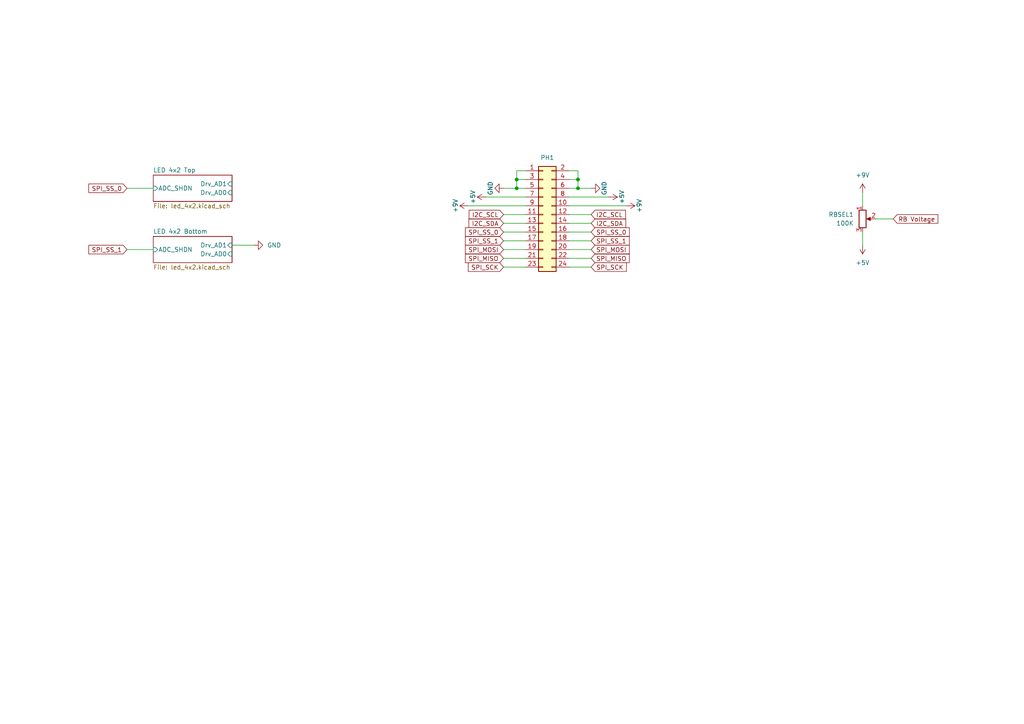
<source format=kicad_sch>
(kicad_sch (version 20211123) (generator eeschema)
  (paper "A4")
  (lib_symbols
    (symbol "Connector_Generic:Conn_02x12_Odd_Even" (pin_names (offset 1.016) hide)
      (property "Reference" "J" (at 1.27 15.24 0))
      (property "Value" "Conn_02x12_Odd_Even" (at 1.27 -17.78 0))
      (symbol "Conn_02x12_Odd_Even_1_1"
        (rectangle (start -1.27 -15.113) (end 0 -15.367) (stroke (width 0.1524)))
        (rectangle (start -1.27 -12.573) (end 0 -12.827) (stroke (width 0.1524)))
        (rectangle (start -1.27 -10.033) (end 0 -10.287) (stroke (width 0.1524)))
        (rectangle (start -1.27 -7.493) (end 0 -7.747) (stroke (width 0.1524)))
        (rectangle (start -1.27 -4.953) (end 0 -5.207) (stroke (width 0.1524)))
        (rectangle (start -1.27 -2.413) (end 0 -2.667) (stroke (width 0.1524)))
        (rectangle (start -1.27 0.127) (end 0 -0.127) (stroke (width 0.1524)))
        (rectangle (start -1.27 2.667) (end 0 2.413) (stroke (width 0.1524)))
        (rectangle (start -1.27 5.207) (end 0 4.953) (stroke (width 0.1524)))
        (rectangle (start -1.27 7.747) (end 0 7.493) (stroke (width 0.1524)))
        (rectangle (start -1.27 10.287) (end 0 10.033) (stroke (width 0.1524)))
        (rectangle (start -1.27 12.827) (end 0 12.573) (stroke (width 0.1524)))
        (rectangle (start -1.27 13.97) (end 3.81 -16.51) (stroke (width 0.254)) (fill (type background)))
        (rectangle (start 3.81 -15.113) (end 2.54 -15.367) (stroke (width 0.1524)))
        (rectangle (start 3.81 -12.573) (end 2.54 -12.827) (stroke (width 0.1524)))
        (rectangle (start 3.81 -10.033) (end 2.54 -10.287) (stroke (width 0.1524)))
        (rectangle (start 3.81 -7.493) (end 2.54 -7.747) (stroke (width 0.1524)))
        (rectangle (start 3.81 -4.953) (end 2.54 -5.207) (stroke (width 0.1524)))
        (rectangle (start 3.81 -2.413) (end 2.54 -2.667) (stroke (width 0.1524)))
        (rectangle (start 3.81 0.127) (end 2.54 -0.127) (stroke (width 0.1524)))
        (rectangle (start 3.81 2.667) (end 2.54 2.413) (stroke (width 0.1524)))
        (rectangle (start 3.81 5.207) (end 2.54 4.953) (stroke (width 0.1524)))
        (rectangle (start 3.81 7.747) (end 2.54 7.493) (stroke (width 0.1524)))
        (rectangle (start 3.81 10.287) (end 2.54 10.033) (stroke (width 0.1524)))
        (rectangle (start 3.81 12.827) (end 2.54 12.573) (stroke (width 0.1524)))
        (pin passive line (at -5.08 12.7 0) (length 3.81) (name "Pin_1") (number "1"))
        (pin passive line (at 7.62 2.54 180) (length 3.81) (name "Pin_10") (number "10"))
        (pin passive line (at -5.08 0 0) (length 3.81) (name "Pin_11") (number "11"))
        (pin passive line (at 7.62 0 180) (length 3.81) (name "Pin_12") (number "12"))
        (pin passive line (at -5.08 -2.54 0) (length 3.81) (name "Pin_13") (number "13"))
        (pin passive line (at 7.62 -2.54 180) (length 3.81) (name "Pin_14") (number "14"))
        (pin passive line (at -5.08 -5.08 0) (length 3.81) (name "Pin_15") (number "15"))
        (pin passive line (at 7.62 -5.08 180) (length 3.81) (name "Pin_16") (number "16"))
        (pin passive line (at -5.08 -7.62 0) (length 3.81) (name "Pin_17") (number "17"))
        (pin passive line (at 7.62 -7.62 180) (length 3.81) (name "Pin_18") (number "18"))
        (pin passive line (at -5.08 -10.16 0) (length 3.81) (name "Pin_19") (number "19"))
        (pin passive line (at 7.62 12.7 180) (length 3.81) (name "Pin_2") (number "2"))
        (pin passive line (at 7.62 -10.16 180) (length 3.81) (name "Pin_20") (number "20"))
        (pin passive line (at -5.08 -12.7 0) (length 3.81) (name "Pin_21") (number "21"))
        (pin passive line (at 7.62 -12.7 180) (length 3.81) (name "Pin_22") (number "22"))
        (pin passive line (at -5.08 -15.24 0) (length 3.81) (name "Pin_23") (number "23"))
        (pin passive line (at 7.62 -15.24 180) (length 3.81) (name "Pin_24") (number "24"))
        (pin passive line (at -5.08 10.16 0) (length 3.81) (name "Pin_3") (number "3"))
        (pin passive line (at 7.62 10.16 180) (length 3.81) (name "Pin_4") (number "4"))
        (pin passive line (at -5.08 7.62 0) (length 3.81) (name "Pin_5") (number "5"))
        (pin passive line (at 7.62 7.62 180) (length 3.81) (name "Pin_6") (number "6"))
        (pin passive line (at -5.08 5.08 0) (length 3.81) (name "Pin_7") (number "7"))
        (pin passive line (at 7.62 5.08 180) (length 3.81) (name "Pin_8") (number "8"))
        (pin passive line (at -5.08 2.54 0) (length 3.81) (name "Pin_9") (number "9"))
      )
    )
    (symbol "Device:R_Potentiometer" (pin_names (offset 1.016) hide)
      (property "Reference" "RV" (at -4.445 0 90))
      (property "Value" "R_Potentiometer" (at -2.54 0 90))
      (symbol "R_Potentiometer_0_1"
        (polyline (pts (xy 2.54 0) (xy 1.524 0)))
        (polyline (pts (xy 1.143 0) (xy 2.286 0.508) (xy 2.286 -0.508) (xy 1.143 0)) (fill (type outline)))
        (rectangle (start 1.016 2.54) (end -1.016 -2.54) (stroke (width 0.254)))
      )
      (symbol "R_Potentiometer_1_1"
        (pin passive line (at 0 3.81 270) (length 1.27) (name "1") (number "1"))
        (pin passive line (at 3.81 0 180) (length 1.27) (name "2") (number "2"))
        (pin passive line (at 0 -3.81 90) (length 1.27) (name "3") (number "3"))
      )
    )
    (symbol "power:+5V" (power) (pin_names (offset 0))
      (property "Value" "+5V" (at 0 3.556 0))
      (symbol "+5V_0_1"
        (polyline (pts (xy -0.762 1.27) (xy 0 2.54)))
        (polyline (pts (xy 0 0) (xy 0 2.54)))
        (polyline (pts (xy 0 2.54) (xy 0.762 1.27)))
      )
      (symbol "+5V_1_1"
        (pin power_in line (at 0 0 90) (length 0) hide (name "+5V") (number "1"))
      )
    )
    (symbol "power:+9V" (power) (pin_names (offset 0))
      (property "Value" "+9V" (at 0 3.556 0))
      (symbol "+9V_0_1"
        (polyline (pts (xy -0.762 1.27) (xy 0 2.54)))
        (polyline (pts (xy 0 0) (xy 0 2.54)))
        (polyline (pts (xy 0 2.54) (xy 0.762 1.27)))
      )
      (symbol "+9V_1_1"
        (pin power_in line (at 0 0 90) (length 0) hide (name "+9V") (number "1"))
      )
    )
    (symbol "power:GND" (power) (pin_names (offset 0))
      (property "Value" "GND" (at 0 -3.81 0))
      (symbol "GND_0_1"
        (polyline (pts (xy 0 0) (xy 0 -1.27) (xy 1.27 -1.27) (xy 0 -2.54) (xy -1.27 -1.27) (xy 0 -1.27)))
      )
      (symbol "GND_1_1"
        (pin power_in line (at 0 0 270) (length 0) hide (name "GND") (number "1"))
      )
    )
  )
  (junction (at 149.86 52.07))
  (junction (at 149.86 54.61))
  (junction (at 167.64 54.61))
  (junction (at 167.64 52.07))
  (wire (pts (xy 152.4 49.53) (xy 149.86 49.53)))
  (wire (pts (xy 250.19 55.88) (xy 250.19 59.69)))
  (wire (pts (xy 167.64 49.53) (xy 167.64 52.07)))
  (wire (pts (xy 152.4 69.85) (xy 146.05 69.85)))
  (wire (pts (xy 167.64 54.61) (xy 171.45 54.61)))
  (wire (pts (xy 165.1 49.53) (xy 167.64 49.53)))
  (wire (pts (xy 149.86 52.07) (xy 149.86 54.61)))
  (wire (pts (xy 152.4 59.69) (xy 135.89 59.69)))
  (wire (pts (xy 250.19 67.31) (xy 250.19 71.12)))
  (wire (pts (xy 149.86 54.61) (xy 146.05 54.61)))
  (wire (pts (xy 165.1 52.07) (xy 167.64 52.07)))
  (wire (pts (xy 146.05 64.77) (xy 152.4 64.77)))
  (wire (pts (xy 167.64 52.07) (xy 167.64 54.61)))
  (wire (pts (xy 152.4 77.47) (xy 146.05 77.47)))
  (wire (pts (xy 67.31 71.12) (xy 73.66 71.12)))
  (wire (pts (xy 254 63.5) (xy 259.08 63.5)))
  (wire (pts (xy 165.1 69.85) (xy 171.45 69.85)))
  (wire (pts (xy 152.4 72.39) (xy 146.05 72.39)))
  (wire (pts (xy 165.1 74.93) (xy 171.45 74.93)))
  (wire (pts (xy 36.83 72.39) (xy 44.45 72.39)))
  (wire (pts (xy 165.1 77.47) (xy 171.45 77.47)))
  (wire (pts (xy 152.4 62.23) (xy 146.05 62.23)))
  (wire (pts (xy 152.4 57.15) (xy 140.97 57.15)))
  (wire (pts (xy 165.1 62.23) (xy 171.45 62.23)))
  (wire (pts (xy 152.4 67.31) (xy 146.05 67.31)))
  (wire (pts (xy 165.1 67.31) (xy 171.45 67.31)))
  (wire (pts (xy 165.1 57.15) (xy 176.53 57.15)))
  (wire (pts (xy 36.83 54.61) (xy 44.45 54.61)))
  (wire (pts (xy 165.1 59.69) (xy 181.61 59.69)))
  (wire (pts (xy 149.86 49.53) (xy 149.86 52.07)))
  (wire (pts (xy 152.4 54.61) (xy 149.86 54.61)))
  (wire (pts (xy 171.45 64.77) (xy 165.1 64.77)))
  (wire (pts (xy 152.4 52.07) (xy 149.86 52.07)))
  (wire (pts (xy 165.1 72.39) (xy 171.45 72.39)))
  (wire (pts (xy 165.1 54.61) (xy 167.64 54.61)))
  (wire (pts (xy 152.4 74.93) (xy 146.05 74.93)))
  (global_label "SPI_MOSI" (shape input) (at 171.45 72.39 0) (property "Intersheet References" "${INTERSHEET_REFS}" (effects hide)))
  (global_label "SPI_MISO" (shape input) (at 171.45 74.93 0) (property "Intersheet References" "${INTERSHEET_REFS}" (effects hide)))
  (global_label "I2C_SDA" (shape input) (at 146.05 64.77 180) (property "Intersheet References" "${INTERSHEET_REFS}" (effects hide)))
  (global_label "SPI_MISO" (shape input) (at 146.05 74.93 180) (property "Intersheet References" "${INTERSHEET_REFS}" (effects hide)))
  (global_label "I2C_SCL" (shape input) (at 146.05 62.23 180) (property "Intersheet References" "${INTERSHEET_REFS}" (effects hide)))
  (global_label "SPI_SS_1" (shape input) (at 171.45 69.85 0) (property "Intersheet References" "${INTERSHEET_REFS}" (effects hide)))
  (global_label "SPI_MOSI" (shape input) (at 146.05 72.39 180) (property "Intersheet References" "${INTERSHEET_REFS}" (effects hide)))
  (global_label "SPI_SS_1" (shape input) (at 36.83 72.39 180) (property "Intersheet References" "${INTERSHEET_REFS}" (effects hide)))
  (global_label "SPI_SS_1" (shape input) (at 146.05 69.85 180) (property "Intersheet References" "${INTERSHEET_REFS}" (effects hide)))
  (global_label "SPI_SS_0" (shape input) (at 146.05 67.31 180) (property "Intersheet References" "${INTERSHEET_REFS}" (effects hide)))
  (global_label "SPI_SS_0" (shape input) (at 36.83 54.61 180) (property "Intersheet References" "${INTERSHEET_REFS}" (effects hide)))
  (global_label "SPI_SCK" (shape input) (at 146.05 77.47 180) (property "Intersheet References" "${INTERSHEET_REFS}" (effects hide)))
  (global_label "I2C_SCL" (shape input) (at 171.45 62.23 0) (property "Intersheet References" "${INTERSHEET_REFS}" (effects hide)))
  (global_label "RB Voltage" (shape input) (at 259.08 63.5 0) (property "Intersheet References" "${INTERSHEET_REFS}" (effects hide)))
  (global_label "I2C_SDA" (shape input) (at 171.45 64.77 0) (property "Intersheet References" "${INTERSHEET_REFS}" (effects hide)))
  (global_label "SPI_SCK" (shape input) (at 171.45 77.47 0) (property "Intersheet References" "${INTERSHEET_REFS}" (effects hide)))
  (global_label "SPI_SS_0" (shape input) (at 171.45 67.31 0) (property "Intersheet References" "${INTERSHEET_REFS}" (effects hide)))
  (symbol (lib_id "power:GND") (at 146.05 54.61 270) (mirror x) (unit 1)
    (property "Reference" "#PWR0166" (effects hide))
    (property "Value" "GND" (at 142.24 54.61 0))
  )
  (symbol (lib_id "power:+5V") (at 140.97 57.15 90) (mirror x) (unit 1)
    (property "Reference" "#PWR0111" (effects hide))
    (property "Value" "+5V" (at 137.16 57.15 0))
  )
  (symbol (lib_id "Connector_Generic:Conn_02x12_Odd_Even") (at 157.48 62.23 0) (unit 1)
    (property "Reference" "PH1" (at 158.75 45.72 0))
    (property "Value" "Conn_02x12_Odd_Even" (effects hide))
    (property "Footprint" "Connector_PinSocket_2.54mm:PinSocket_2x12_P2.54mm_Vertical" (effects hide))
  )
  (symbol (lib_id "power:+5V") (at 176.53 57.15 270) (unit 1)
    (property "Reference" "#PWR0107" (effects hide))
    (property "Value" "+5V" (at 180.34 57.15 0))
  )
  (symbol (lib_id "Device:R_Potentiometer") (at 250.19 63.5 0) (unit 1)
    (property "Reference" "RBSEL1" (at 247.65 62.2299 0) (effects (justify right)))
    (property "Value" "100K" (at 247.65 64.7699 0) (effects (justify right)))
    (property "Footprint" "Potentiometer_THT:Potentiometer_Runtron_RM-065_Vertical" (effects hide))
  )
  (symbol (lib_id "power:+9V") (at 250.19 55.88 0) (unit 1)
    (property "Reference" "#PWR0167" (effects hide))
    (property "Value" "+9V" (at 250.19 50.8 0))
  )
  (symbol (lib_id "power:+9V") (at 135.89 59.69 90) (mirror x) (unit 1)
    (property "Reference" "#PWR0112" (effects hide))
    (property "Value" "+9V" (at 132.08 59.69 0))
  )
  (symbol (lib_id "power:GND") (at 171.45 54.61 90) (unit 1)
    (property "Reference" "#PWR0169" (effects hide))
    (property "Value" "GND" (at 175.26 54.61 0))
  )
  (symbol (lib_id "power:+5V") (at 250.19 71.12 180) (unit 1)
    (property "Reference" "#PWR0168" (effects hide))
    (property "Value" "+5V" (at 250.19 76.2 0))
  )
  (symbol (lib_id "power:+9V") (at 181.61 59.69 270) (unit 1)
    (property "Reference" "#PWR0108" (effects hide))
    (property "Value" "+9V" (at 185.42 59.69 0))
  )
  (symbol (lib_id "power:GND") (at 73.66 71.12 90) (unit 1)
    (property "Reference" "#PWR0110" (effects hide))
    (property "Value" "GND" (at 77.47 71.1199 90) (effects (justify right)))
  )
  (sheet (at 44.45 50.8) (size 22.86 7.62) (stroke (width 0.1524))
    (property "Sheet name" "LED 4x2 Top" (at 44.45 50.0884 0) (effects (justify left bottom)))
    (property "Sheet file" "led_4x2.kicad_sch" (at 44.45 59.0046 0) (effects (justify left top)))
    (pin "Drv_AD1" input (at 67.31 53.34 0))
    (pin "Drv_AD0" input (at 67.31 55.88 0))
    (pin "ADC_SHDN" input (at 44.45 54.61 180))
  )
  (sheet (at 44.45 68.58) (size 22.86 7.62) (stroke (width 0.1524))
    (property "Sheet name" "LED 4x2 Bottom" (at 44.45 67.8684 0) (effects (justify left bottom)))
    (property "Sheet file" "led_4x2.kicad_sch" (at 44.45 76.7846 0) (effects (justify left top)))
    (pin "Drv_AD1" input (at 67.31 71.12 0))
    (pin "Drv_AD0" input (at 67.31 73.66 0))
    (pin "ADC_SHDN" input (at 44.45 72.39 180))
  )
)
</source>
